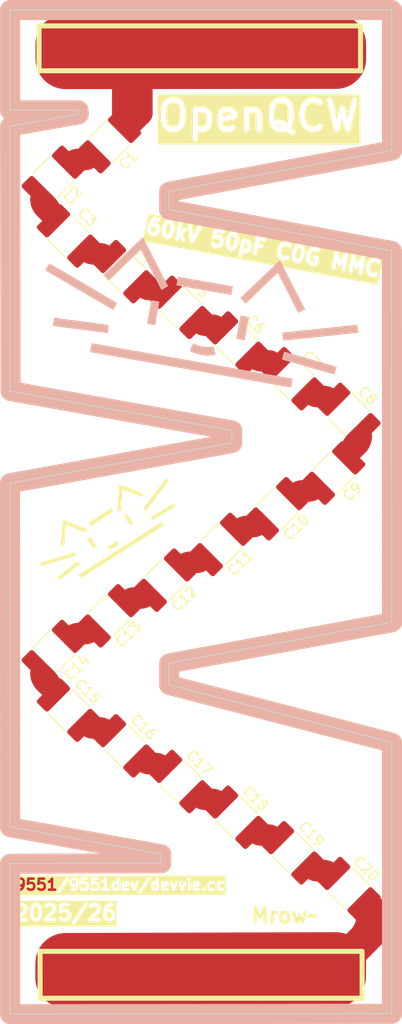
<source format=kicad_pcb>
(kicad_pcb (version 20241229) (generator "pcbnew") (generator_version "9.0")
  (layers (0 "F.Cu" signal) (2 "B.Cu" signal) (13 "F.Paste" user) (15 "B.Paste" user) (5 "F.SilkS" user "F.Silkscreen") (7 "B.SilkS" user "B.Silkscreen") (1 "F.Mask" user) (3 "B.Mask" user) (25 "Edge.Cuts" user))
  (net 0 "")
  (net 1 "CONN_1")
  (net 2 "Net-(C10-Pad2)")
  (net 3 "CONN_2")
  (net 4 "Net-(C10-Pad1)")
  (net 5 "Net-(C1-Pad2)")
  (net 6 "Net-(C2-Pad2)")
  (net 7 "Net-(C3-Pad2)")
  (net 8 "Net-(C4-Pad2)")
  (net 9 "Net-(C5-Pad2)")
  (net 10 "Net-(C6-Pad2)")
  (net 11 "Net-(C7-Pad2)")
  (net 12 "Net-(C8-Pad2)")
  (net 13 "Net-(C11-Pad2)")
  (net 14 "Net-(C12-Pad2)")
  (net 15 "Net-(C13-Pad2)")
  (net 16 "Net-(C14-Pad2)")
  (net 17 "Net-(C15-Pad2)")
  (net 18 "Net-(C16-Pad2)")
  (net 19 "Net-(C17-Pad2)")
  (net 20 "Net-(C18-Pad2)")
  (net 21 "Net-(C19-Pad2)")
  (footprint "Capacitor_SMD:C_1812_4532Metric_Pad1.57x3.40mm_HandSolder" (layer "F.Cu") (at 34.544 92.456 -45)
    (property "Reference" "C18" (at 0 -2.65 135) (layer "F.SilkS"))
    (property "Value" "1nF")
    (pad "1" smd roundrect (at -2.1375 0 315) (size 1.575 3.4) (layers "F.Cu" "F.Mask" "F.Paste") (roundrect_rratio 0.15873) (net 19 "Net-(C17-Pad2)"))
    (pad "2" smd roundrect (at 2.1375 0 315) (size 1.575 3.4) (layers "F.Cu" "F.Mask" "F.Paste") (roundrect_rratio 0.15873) (net 20 "Net-(C18-Pad2)"))
  )
  (footprint "Capacitor_SMD:C_1812_4532Metric_Pad1.57x3.40mm_HandSolder" (layer "F.Cu") (at 21.844 72.39 -135)
    (property "Reference" "C13" (at 0 -2.65 45) (layer "F.SilkS"))
    (property "Value" "1nF")
    (pad "1" smd roundrect (at -2.1375 0 225) (size 1.575 3.4) (layers "F.Cu" "F.Mask" "F.Paste") (roundrect_rratio 0.15873) (net 14 "Net-(C12-Pad2)"))
    (pad "2" smd roundrect (at 2.1375 0 225) (size 1.575 3.4) (layers "F.Cu" "F.Mask" "F.Paste") (roundrect_rratio 0.15873) (net 15 "Net-(C13-Pad2)"))
  )
  (footprint "Capacitor_SMD:C_1812_4532Metric_Pad1.57x3.40mm_HandSolder" (layer "F.Cu") (at 21.844 25.146 -135)
    (property "Reference" "C1" (at 0 -2.65 45) (layer "F.SilkS"))
    (property "Value" "1nF")
    (pad "1" smd roundrect (at -2.1375 0 225) (size 1.575 3.4) (layers "F.Cu" "F.Mask" "F.Paste") (roundrect_rratio 0.15873) (net 1 "CONN_1"))
    (pad "2" smd roundrect (at 2.1375 0 225) (size 1.575 3.4) (layers "F.Cu" "F.Mask" "F.Paste") (roundrect_rratio 0.15873) (net 5 "Net-(C1-Pad2)"))
  )
  (footprint "Capacitor_SMD:C_1812_4532Metric_Pad1.57x3.40mm_HandSolder" (layer "F.Cu") (at 40.132 48.768 -45)
    (property "Reference" "C7" (at 0 -2.65 135) (layer "F.SilkS"))
    (property "Value" "1nF")
    (pad "1" smd roundrect (at -2.1375 0 315) (size 1.575 3.4) (layers "F.Cu" "F.Mask" "F.Paste") (roundrect_rratio 0.15873) (net 10 "Net-(C6-Pad2)"))
    (pad "2" smd roundrect (at 2.1375 0 315) (size 1.575 3.4) (layers "F.Cu" "F.Mask" "F.Paste") (roundrect_rratio 0.15873) (net 11 "Net-(C7-Pad2)"))
  )
  (footprint "Capacitor_SMD:C_1812_4532Metric_Pad1.57x3.40mm_HandSolder" (layer "F.Cu") (at 44.196 58.166 -135)
    (property "Reference" "C9" (at 0 -2.65 45) (layer "F.SilkS"))
    (property "Value" "1nF")
    (pad "1" smd roundrect (at -2.1375 0 225) (size 1.575 3.4) (layers "F.Cu" "F.Mask" "F.Paste") (roundrect_rratio 0.15873) (net 12 "Net-(C8-Pad2)"))
    (pad "2" smd roundrect (at 2.1375 0 225) (size 1.575 3.4) (layers "F.Cu" "F.Mask" "F.Paste") (roundrect_rratio 0.15873) (net 4 "Net-(C10-Pad1)"))
  )
  (footprint "Capacitor_SMD:C_1812_4532Metric_Pad1.57x3.40mm_HandSolder" (layer "F.Cu") (at 40.119441 95.999441 -45)
    (property "Reference" "C19" (at 0 -2.65 135) (layer "F.SilkS"))
    (property "Value" "1nF")
    (pad "1" smd roundrect (at -2.1375 0 315) (size 1.575 3.4) (layers "F.Cu" "F.Mask" "F.Paste") (roundrect_rratio 0.15873) (net 20 "Net-(C18-Pad2)"))
    (pad "2" smd roundrect (at 2.1375 0 315) (size 1.575 3.4) (layers "F.Cu" "F.Mask" "F.Paste") (roundrect_rratio 0.15873) (net 21 "Net-(C19-Pad2)"))
  )
  (footprint "Capacitor_SMD:C_1812_4532Metric_Pad1.57x3.40mm_HandSolder" (layer "F.Cu") (at 28.956 41.656 -45)
    (property "Reference" "C5" (at 0 -2.65 135) (layer "F.SilkS"))
    (property "Value" "1nF")
    (pad "1" smd roundrect (at -2.1375 0 315) (size 1.575 3.4) (layers "F.Cu" "F.Mask" "F.Paste") (roundrect_rratio 0.15873) (net 8 "Net-(C4-Pad2)"))
    (pad "2" smd roundrect (at 2.1375 0 315) (size 1.575 3.4) (layers "F.Cu" "F.Mask" "F.Paste") (roundrect_rratio 0.15873) (net 9 "Net-(C5-Pad2)"))
  )
  (footprint "Capacitor_SMD:C_1812_4532Metric_Pad1.57x3.40mm_HandSolder" (layer "F.Cu") (at 34.544 45.212 -45)
    (property "Reference" "C6" (at 0 -2.65 135) (layer "F.SilkS"))
    (property "Value" "1nF")
    (pad "1" smd roundrect (at -2.1375 0 315) (size 1.575 3.4) (layers "F.Cu" "F.Mask" "F.Paste") (roundrect_rratio 0.15873) (net 9 "Net-(C5-Pad2)"))
    (pad "2" smd roundrect (at 2.1375 0 315) (size 1.575 3.4) (layers "F.Cu" "F.Mask" "F.Paste") (roundrect_rratio 0.15873) (net 10 "Net-(C6-Pad2)"))
  )
  (footprint "Capacitor_SMD:C_1812_4532Metric_Pad1.57x3.40mm_HandSolder" (layer "F.Cu") (at 17.78 81.788 -45)
    (property "Reference" "C15" (at 0 -2.65 135) (layer "F.SilkS"))
    (property "Value" "1nF")
    (pad "1" smd roundrect (at -2.1375 0 315) (size 1.575 3.4) (layers "F.Cu" "F.Mask" "F.Paste") (roundrect_rratio 0.15873) (net 16 "Net-(C14-Pad2)"))
    (pad "2" smd roundrect (at 2.1375 0 315) (size 1.575 3.4) (layers "F.Cu" "F.Mask" "F.Paste") (roundrect_rratio 0.15873) (net 17 "Net-(C15-Pad2)"))
  )
  (footprint "Capacitor_SMD:C_1812_4532Metric_Pad1.57x3.40mm_HandSolder" (layer "F.Cu") (at 27.432 68.834 -135)
    (property "Reference" "C12" (at 0 -2.65 45) (layer "F.SilkS"))
    (property "Value" "1nF")
    (pad "1" smd roundrect (at -2.1375 0 225) (size 1.575 3.4) (layers "F.Cu" "F.Mask" "F.Paste") (roundrect_rratio 0.15873) (net 13 "Net-(C11-Pad2)"))
    (pad "2" smd roundrect (at 2.1375 0 225) (size 1.575 3.4) (layers "F.Cu" "F.Mask" "F.Paste") (roundrect_rratio 0.15873) (net 14 "Net-(C12-Pad2)"))
  )
  (footprint "Capacitor_SMD:C_1812_4532Metric_Pad1.57x3.40mm_HandSolder" (layer "F.Cu") (at 16.256 28.702 -135)
    (property "Reference" "C2" (at -0.071842 -2.658156 45) (layer "F.SilkS"))
    (property "Value" "1nF")
    (pad "1" smd roundrect (at -2.1375 0 225) (size 1.575 3.4) (layers "F.Cu" "F.Mask" "F.Paste") (roundrect_rratio 0.15873) (net 5 "Net-(C1-Pad2)"))
    (pad "2" smd roundrect (at 2.1375 0 225) (size 1.575 3.4) (layers "F.Cu" "F.Mask" "F.Paste") (roundrect_rratio 0.15873) (net 6 "Net-(C2-Pad2)"))
  )
  (footprint "Capacitor_SMD:C_1812_4532Metric_Pad1.57x3.40mm_HandSolder" (layer "F.Cu") (at 45.72 52.324 -45)
    (property "Reference" "C8" (at 0 -2.65 135) (layer "F.SilkS"))
    (property "Value" "1nF")
    (pad "1" smd roundrect (at -2.1375 0 315) (size 1.575 3.4) (layers "F.Cu" "F.Mask" "F.Paste") (roundrect_rratio 0.15873) (net 11 "Net-(C7-Pad2)"))
    (pad "2" smd roundrect (at 2.1375 0 315) (size 1.575 3.4) (layers "F.Cu" "F.Mask" "F.Paste") (roundrect_rratio 0.15873) (net 12 "Net-(C8-Pad2)"))
  )
  (footprint "Capacitor_SMD:C_1812_4532Metric_Pad1.57x3.40mm_HandSolder" (layer "F.Cu") (at 16.256 75.946 -135)
    (property "Reference" "C14" (at -0.502894 -2.80184 45) (layer "F.SilkS"))
    (property "Value" "1nF")
    (pad "1" smd roundrect (at -2.1375 0 225) (size 1.575 3.4) (layers "F.Cu" "F.Mask" "F.Paste") (roundrect_rratio 0.15873) (net 15 "Net-(C13-Pad2)"))
    (pad "2" smd roundrect (at 2.1375 0 225) (size 1.575 3.4) (layers "F.Cu" "F.Mask" "F.Paste") (roundrect_rratio 0.15873) (net 16 "Net-(C14-Pad2)"))
  )
  (footprint "Capacitor_SMD:C_1812_4532Metric_Pad1.57x3.40mm_HandSolder" (layer "F.Cu") (at 28.956 88.9 -45)
    (property "Reference" "C17" (at 0 -2.65 135) (layer "F.SilkS"))
    (property "Value" "1nF")
    (pad "1" smd roundrect (at -2.1375 0 315) (size 1.575 3.4) (layers "F.Cu" "F.Mask" "F.Paste") (roundrect_rratio 0.15873) (net 18 "Net-(C16-Pad2)"))
    (pad "2" smd roundrect (at 2.1375 0 315) (size 1.575 3.4) (layers "F.Cu" "F.Mask" "F.Paste") (roundrect_rratio 0.15873) (net 19 "Net-(C17-Pad2)"))
  )
  (footprint "art:cat2" (layer "F.Cu") (at 21.59 63.5 32.5)
    (property "Reference" "G***" (hide yes))
    (property "Value" "LOGO" (hide yes))
  )
  (footprint "Capacitor_SMD:C_1812_4532Metric_Pad1.57x3.40mm_HandSolder" (layer "F.Cu") (at 17.78 34.544 -45)
    (property "Reference" "C3" (at 0 -2.65 135) (layer "F.SilkS"))
    (property "Value" "1nF")
    (pad "1" smd roundrect (at -2.1375 0 315) (size 1.575 3.4) (layers "F.Cu" "F.Mask" "F.Paste") (roundrect_rratio 0.15873) (net 6 "Net-(C2-Pad2)"))
    (pad "2" smd roundrect (at 2.1375 0 315) (size 1.575 3.4) (layers "F.Cu" "F.Mask" "F.Paste") (roundrect_rratio 0.15873) (net 7 "Net-(C3-Pad2)"))
  )
  (footprint "Capacitor_SMD:C_1812_4532Metric_Pad1.57x3.40mm_HandSolder" (layer "F.Cu") (at 33.02 65.278 -135)
    (property "Reference" "C11" (at 0 -2.65 45) (layer "F.SilkS"))
    (property "Value" "1nF")
    (pad "1" smd roundrect (at -2.1375 0 225) (size 1.575 3.4) (layers "F.Cu" "F.Mask" "F.Paste") (roundrect_rratio 0.15873) (net 2 "Net-(C10-Pad2)"))
    (pad "2" smd roundrect (at 2.1375 0 225) (size 1.575 3.4) (layers "F.Cu" "F.Mask" "F.Paste") (roundrect_rratio 0.15873) (net 13 "Net-(C11-Pad2)"))
  )
  (footprint "Capacitor_SMD:C_1812_4532Metric_Pad1.57x3.40mm_HandSolder" (layer "F.Cu") (at 23.368 85.344 -45)
    (property "Reference" "C16" (at 0 -2.65 135) (layer "F.SilkS"))
    (property "Value" "1nF")
    (pad "1" smd roundrect (at -2.1375 0 315) (size 1.575 3.4) (layers "F.Cu" "F.Mask" "F.Paste") (roundrect_rratio 0.15873) (net 17 "Net-(C15-Pad2)"))
    (pad "2" smd roundrect (at 2.1375 0 315) (size 1.575 3.4) (layers "F.Cu" "F.Mask" "F.Paste") (roundrect_rratio 0.15873) (net 18 "Net-(C16-Pad2)"))
  )
  (footprint "Capacitor_SMD:C_1812_4532Metric_Pad1.57x3.40mm_HandSolder" (layer "F.Cu") (at 38.608 61.722 -135)
    (property "Reference" "C10" (at 0 -2.65 45) (layer "F.SilkS"))
    (property "Value" "1nF")
    (pad "1" smd roundrect (at -2.1375 0 225) (size 1.575 3.4) (layers "F.Cu" "F.Mask" "F.Paste") (roundrect_rratio 0.15873) (net 4 "Net-(C10-Pad1)"))
    (pad "2" smd roundrect (at 2.1375 0 225) (size 1.575 3.4) (layers "F.Cu" "F.Mask" "F.Paste") (roundrect_rratio 0.15873) (net 2 "Net-(C10-Pad2)"))
  )
  (footprint "Capacitor_SMD:C_1812_4532Metric_Pad1.57x3.40mm_HandSolder" (layer "F.Cu") (at 45.72 99.568 -45)
    (property "Reference" "C20" (at -0.179605 -2.622235 135) (layer "F.SilkS"))
    (property "Value" "1nF")
    (pad "1" smd roundrect (at -2.1375 0 315) (size 1.575 3.4) (layers "F.Cu" "F.Mask" "F.Paste") (roundrect_rratio 0.15873) (net 21 "Net-(C19-Pad2)"))
    (pad "2" smd roundrect (at 2.1375 0 315) (size 1.575 3.4) (layers "F.Cu" "F.Mask" "F.Paste") (roundrect_rratio 0.15873) (net 3 "CONN_2"))
  )
  (footprint "Capacitor_SMD:C_1812_4532Metric_Pad1.57x3.40mm_HandSolder" (layer "F.Cu") (at 23.368 38.1 -45)
    (property "Reference" "C4" (at 0 -2.65 135) (layer "F.SilkS"))
    (property "Value" "1nF")
    (pad "1" smd roundrect (at -2.1375 0 315) (size 1.575 3.4) (layers "F.Cu" "F.Mask" "F.Paste") (roundrect_rratio 0.15873) (net 7 "Net-(C3-Pad2)"))
    (pad "2" smd roundrect (at 2.1375 0 315) (size 1.575 3.4) (layers "F.Cu" "F.Mask" "F.Paste") (roundrect_rratio 0.15873) (net 8 "Net-(C4-Pad2)"))
  )
  (footprint "art:ccaatt22(2)" (layer "B.Cu") (at 30.95 41.8 170)
    (property "Reference" "G***" (hide yes))
    (property "Value" "LOGO" (hide yes))
  )
  (gr_rect (start 12.573 98.3996) (end 16.4846 100.0252) (stroke (width 0.2)) (fill yes) (layer "F.Cu"))
  (gr_poly (pts (xy 11.9238 12.003328) (xy 50 12.003328) (xy 50 26.003328) (xy 27.777249 30.103328) (xy 27.780145 31.893369) (xy 49.9872 36.010569) (xy 50 73.003328) (xy 27.7876 77.097424) (xy 27.7876 79.251328) (xy 50 85.003328) (xy 50 112.003328) (xy 11.9238 112.054128) (xy 11.9238 97.054128) (xy 27.000016 97.01598) (xy 27.0002 96.116928) (xy 11.9238 93.424528) (xy 11.9238 59.182) (xy 34.0614 55.146728) (xy 34.0614 53.891311) (xy 11.9238 50) (xy 11.9238 23.603328) (xy 18.765406 22.397254) (xy 18.75 22.003328) (xy 11.9238 22.003328)) (stroke (width 1)) (fill no) (layer "F.SilkS"))
  (gr_rect (start 14.9352 105.8164) (end 47.0408 110.49) (stroke (width 0.5)) (fill no) (layer "F.SilkS"))
  (gr_rect (start 14.8336 13.6144) (end 46.8884 18.0848) (stroke (width 0.5)) (fill no) (layer "F.SilkS"))
  (gr_poly (pts (xy 11.9488 12.03362) (xy 50.025 12.03362) (xy 50.025 26.03362) (xy 27.802249 30.13362) (xy 27.805145 31.923661) (xy 50.0122 36.040861) (xy 50.025 73.03362) (xy 27.8126 77.127716) (xy 27.8126 79.28162) (xy 50.025 85.03362) (xy 50.025 112.03362) (xy 11.9488 112.08442) (xy 11.9488 97.08442) (xy 27.025016 97.046272) (xy 27.0252 96.14722) (xy 11.9488 93.45482) (xy 11.938 59.182) (xy 34.0864 55.17702) (xy 34.0864 53.921603) (xy 12 50) (xy 11.9488 23.63362) (xy 18.790406 22.427546) (xy 18.775 22.03362) (xy 11.9488 22.03362)) (stroke (width 2)) (fill no) (layer "B.SilkS"))
  (gr_poly (pts (xy 11.9238 12.009959) (xy 50 12.009959) (xy 50 26.009959) (xy 27.777249 30.109959) (xy 27.780145 31.9) (xy 49.9872 36.0172) (xy 50 73.009959) (xy 27.7876 77.104055) (xy 27.7876 79.257959) (xy 50 85.009959) (xy 50 112.009959) (xy 11.9238 112.060759) (xy 11.9238 97.060759) (xy 27.000016 97.022611) (xy 27.0002 96.123559) (xy 11.9238 93.431159) (xy 11.938 59.182) (xy 34.0614 55.153359) (xy 34.0614 53.897942) (xy 11.9238 50) (xy 11.9238 23.609959) (xy 18.765406 22.403885) (xy 18.75 22.009959) (xy 11.9238 22.009959)) (stroke (width 0.1)) (fill no) (layer "Edge.Cuts"))
  (gr_text "2025/26" (at 12.192 102.87 0) (layer "F.SilkS" knockout) (effects (font (size 1.5 1.5) (thickness 0.3) (bold yes)) (justify left bottom)))
  (gr_text "Mrow~" (at 35.814 103.124 0) (layer "F.SilkS") (effects (font (size 1.5 1.5) (thickness 0.3) (bold yes)) (justify left bottom)))
  (gr_text "OpenQCW" (at 26.3652 24.2824 0) (layer "F.SilkS" knockout) (effects (font (size 2.9 2.9) (thickness 0.5) (bold yes)) (justify left bottom)))
  (gr_text "60kV 50pF C0G MMC" (at 25.175 34.375 349.5) (layer "F.SilkS" knockout) (effects (font (size 1.5 1.5) (thickness 0.375) (bold yes)) (justify left bottom)))
  (gr_text "9551/9551dev/devvie.cc" (at 12.2936 99.822 0) (layer "F.SilkS" knockout) (effects (font (size 1.1 1.1) (thickness 0.25) (bold yes)) (justify left bottom)))
  (segment (start 24.638 19.124394) (end 24.638 18.975605) (width 1) (layer "F.Cu") (net 1))
  (segment (start 24.638 19.483605) (end 24.638 21.445093) (width 1) (layer "F.Cu") (net 1))
  (segment (start 25.654 21.844) (end 25.654 18.923) (width 1) (layer "F.Cu") (net 1))
  (segment (start 23.355441 19.759044) (end 23.355441 23.622) (width 1) (layer "F.Cu") (net 1))
  (segment (start 23.876 19.558) (end 23.755279 19.437279) (width 1) (layer "F.Cu") (net 1))
  (segment (start 25.654 21.844) (end 25.654 22.352) (width 1) (layer "F.Cu") (net 1))
  (segment (start 23.99672 22.993279) (end 23.364321 23.625678) (width 1) (layer "F.Cu") (net 1))
  (segment (start 25.273 22.098) (end 25.4 22.098) (width 1) (layer "F.Cu") (net 1))
  (segment (start 24.892 21.717) (end 24.892 19.737605) (width 1) (layer "F.Cu") (net 1))
  (segment (start 24.13 20.17121) (end 24.13 22.312304) (width 1) (layer "F.Cu") (net 1))
  (segment (start 24.37772 23.882279) (end 25.474394 22.785605) (width 1) (layer "F.Cu") (net 1))
  (segment (start 25.071605 18.542) (end 25.273 18.542) (width 1) (layer "F.Cu") (net 1))
  (segment (start 23.733242 23.733242) (end 23.882279 23.882279) (width 1) (layer "F.Cu") (net 1))
  (segment (start 23.34656 23.60056) (end 22.98072 23.23472) (width 1) (layer "F.Cu") (net 1))
  (segment (start 24.638 19.483605) (end 24.638 19.124394) (width 1) (layer "F.Cu") (net 1))
  (segment (start 23.74272 23.247279) (end 23.364321 23.625678) (width 1) (layer "F.Cu") (net 1))
  (segment (start 22.606 22.330065) (end 22.606 18.796) (width 1) (layer "F.Cu") (net 1))
  (segment (start 24.622592 22.367407) (end 23.364321 23.625678) (width 1) (layer "F.Cu") (net 1))
  (segment (start 23.495 23.634559) (end 23.368 23.634559) (width 1) (layer "F.Cu") (net 1))
  (arc (start 24.765 19.431) (mid 24.858993 19.571671) (end 24.892 19.737605) (width 1) (layer "F.Cu") (net 1))
  (arc (start 24.892 21.717) (mid 25.003592 21.986407) (end 25.273 22.098) (width 1) (layer "F.Cu") (net 1))
  (arc (start 23.364321 23.625678) (mid 23.363193 23.631347) (end 23.368 23.634559) (width 1) (layer "F.Cu") (net 1))
  (arc (start 24.765 18.669) (mid 24.671006 18.809671) (end 24.638 18.975605) (width 1) (layer "F.Cu") (net 1))
  (arc (start 25.273 22.098) (mid 24.921001 22.168016) (end 24.622592 22.367407) (width 1) (layer "F.Cu") (net 1))
  (arc (start 24.638 19.124394) (mid 24.671006 19.290328) (end 24.765 19.431) (width 1) (layer "F.Cu") (net 1))
  (arc (start 23.755279 19.437279) (mid 23.621999 19.382072) (end 23.48872 19.437279) (width 1) (layer "F.Cu") (net 1))
  (arc (start 24.765 19.431) (mid 24.683925 19.414873) (end 24.638 19.483605) (width 1) (layer "F.Cu") (net 1))
  (arc (start 25.654 22.352) (mid 25.579605 22.172394) (end 25.4 22.098) (width 1) (layer "F.Cu") (net 1))
  (arc (start 23.355441 23.622) (mid 23.355441 23.622) (end 23.355441 23.622) (width 1) (layer "F.Cu") (net 1))
  (arc (start 23.364321 23.625678) (mid 23.364321 23.625678) (end 23.364321 23.625678) (width 1) (layer "F.Cu") (net 1))
  (arc (start 23.876 19.558) (mid 24.063987 19.839343) (end 24.13 20.17121) (width 1) (layer "F.Cu") (net 1))
  (arc (start 23.733242 23.733242) (mid 23.623935 23.660205) (end 23.495 23.634559) (width 1) (layer "F.Cu") (net 1))
  (arc (start 25.654 18.923) (mid 25.542407 18.653592) (end 25.273 18.542) (width 1) (layer "F.Cu") (net 1))
  (arc (start 23.364321 23.625678) (mid 23.364321 23.625678) (end 23.364321 23.625678) (width 1) (layer "F.Cu") (net 1))
  (arc (start 25.071605 18.542) (mid 24.905671 18.575006) (end 24.765 18.669) (width 1) (layer "F.Cu") (net 1))
  (arc (start 23.882279 23.882279) (mid 24.129999 23.984888) (end 24.37772 23.882279) (width 1) (layer "F.Cu") (net 1))
  (arc (start 23.355441 23.622) (mid 23.358652 23.626805) (end 23.364321 23.625678) (width 1) (layer "F.Cu") (net 1))
  (arc (start 24.622592 22.367407) (mid 24.821983 22.068997) (end 24.892 21.717) (width 1) (layer "F.Cu") (net 1))
  (arc (start 23.368 23.634559) (mid 23.359119 23.63088) (end 23.355441 23.622) (width 1) (layer "F.Cu") (net 1))
  (arc (start 23.34656 23.60056) (mid 23.353132 23.610396) (end 23.355441 23.622) (width 1) (layer "F.Cu") (net 1))
  (arc (start 23.48872 19.437279) (mid 23.390079 19.584906) (end 23.355441 19.759044) (width 1) (layer "F.Cu") (net 1))
  (arc (start 22.606 22.330065) (mid 22.703386 22.81966) (end 22.98072 23.23472) (width 1) (layer "F.Cu") (net 1))
  (arc (start 24.13 22.312304) (mid 24.029349 22.818308) (end 23.74272 23.247279) (width 1) (layer "F.Cu") (net 1))
  (arc (start 24.638 21.445093) (mid 24.471336 22.282965) (end 23.99672 22.993279) (width 1) (layer "F.Cu") (net 1))
  (arc (start 25.4 22.098) (mid 25.579605 22.023605) (end 25.654 21.844) (width 1) (layer "F.Cu") (net 1))
  (arc (start 25.654 22.352) (mid 25.607321 22.586665) (end 25.474394 22.785605) (width 1) (layer "F.Cu") (net 1))
  (segment (start 34.908412 63.766559) (end 36.186469 63.766559) (width 1.6) (layer "F.Cu") (net 2))
  (segment (start 35.44153 63.233441) (end 36.719587 63.233441) (width 1.6) (layer "F.Cu") (net 2))
  (arc (start 36.83 63.5) (mid 36.863848 63.329832) (end 36.719587 63.233441) (width 1.6) (layer "F.Cu") (net 2))
  (arc (start 35.44153 63.233441) (mid 35.093254 63.302717) (end 34.798 63.5) (width 1.6) (layer "F.Cu") (net 2))
  (arc (start 34.798 63.5) (mid 34.764151 63.670167) (end 34.908412 63.766559) (width 1.6) (layer "F.Cu") (net 2))
  (arc (start 36.83 63.5) (mid 36.534745 63.697282) (end 36.186469 63.766559) (width 1.6) (layer "F.Cu") (net 2))
  (segment (start 45.592999 105.028999) (end 46.414337 104.207662) (width 1.5) (layer "F.Cu") (net 3))
  (segment (start 48.937 102.6165) (end 48.937 101.919316) (width 1) (layer "F.Cu") (net 3))
  (segment (start 48.937 104.3515) (end 48.937 104.4365) (width 1) (layer "F.Cu") (net 3))
  (segment (start 47.6167 104.5293) (end 46.355 105.791) (width 1.6) (layer "F.Cu") (net 3))
  (segment (start 48.4969 103.6491) (end 47.6167 104.5293) (width 1) (layer "F.Cu") (net 3))
  (segment (start 48.4715 100.7955) (end 48.01488 100.33888) (width 1) (layer "F.Cu") (net 3))
  (segment (start 48.906947 104.509052) (end 46.228 107.188) (width 1) (layer "F.Cu") (net 3))
  (segment (start 48.937 103.8015) (end 48.937 104.3515) (width 1) (layer "F.Cu") (net 3))
  (segment (start 48.0568 102.488416) (end 48.0568 103.466804) (width 1.6) (layer "F.Cu") (net 3))
  (segment (start 47.64412 101.49212) (end 47.606161 101.454161) (width 1.6) (layer "F.Cu") (net 3))
  (segment (start 47.972001 100.33888) (end 47.606161 100.70472) (width 1) (layer "F.Cu") (net 3))
  (segment (start 48.937 102.6165) (end 48.937 103.8015) (width 1) (layer "F.Cu") (net 3))
  (segment (start 47.231441 102.235) (end 47.231441 101.609375) (width 1.5) (layer "F.Cu") (net 3))
  (segment (start 48.518039 103.62796) (end 48.4969 103.6491) (width 1) (layer "F.Cu") (net 3))
  (arc (start 45.593 105.791) (mid 45.974 105.948815) (end 46.355 105.791) (width 1.6) (layer "F.Cu") (net 3))
  (arc (start 48.0568 103.466804) (mid 48.215947 103.704984) (end 48.4969 103.6491) (width 1.6) (layer "F.Cu") (net 3))
  (arc (start 47.6167 104.5293) (mid 47.942421 104.041822) (end 48.0568 103.466804) (width 1.6) (layer "F.Cu") (net 3))
  (arc (start 48.4715 100.7955) (mid 48.81602 101.311111) (end 48.937 101.919316) (width 1) (layer "F.Cu") (net 3))
  (arc (start 47.231441 101.609375) (mid 47.328827 101.119779) (end 47.606161 100.70472) (width 1.5) (layer "F.Cu") (net 3))
  (arc (start 48.01488 100.33888) (mid 48.005043 100.332307) (end 47.993441 100.33) (width 1) (layer "F.Cu") (net 3))
  (arc (start 45.592999 105.028999) (mid 45.435184 105.409999) (end 45.593 105.791) (width 1.5) (layer "F.Cu") (net 3))
  (arc (start 48.937 104.4365) (mid 48.929189 104.475764) (end 48.906947 104.509052) (width 1) (layer "F.Cu") (net 3))
  (arc (start 47.64412 101.49212) (mid 47.949547 101.949224) (end 48.0568 102.488416) (width 1.6) (layer "F.Cu") (net 3))
  (arc (start 47.606161 101.454161) (mid 47.366945 101.406578) (end 47.231441 101.609375) (width 1.6) (layer "F.Cu") (net 3))
  (arc (start 48.937 103.8015) (mid 48.785497 103.574759) (end 48.518039 103.62796) (width 1) (layer "F.Cu") (net 3))
  (arc (start 47.231441 102.235) (mid 47.019082 103.302597) (end 46.414337 104.207662) (width 1.5) (layer "F.Cu") (net 3))
  (arc (start 48.518039 103.62796) (mid 48.828115 103.163898) (end 48.937 102.6165) (width 1) (layer "F.Cu") (net 3))
  (arc (start 47.993441 100.33) (mid 47.981837 100.332307) (end 47.972001 100.33888) (width 1) (layer "F.Cu") (net 3))
  (arc (start 47.606161 100.70472) (mid 47.450946 101.07944) (end 47.606161 101.454161) (width 1) (layer "F.Cu") (net 3))
  (segment (start 41.02953 59.677441) (end 42.307587 59.677441) (width 1.6) (layer "F.Cu") (net 4))
  (segment (start 40.496412 60.210559) (end 41.774469 60.210559) (width 1.6) (layer "F.Cu") (net 4))
  (arc (start 40.386 59.944) (mid 40.352151 60.114167) (end 40.496412 60.210559) (width 1.6) (layer "F.Cu") (net 4))
  (arc (start 42.418 59.944) (mid 42.451848 59.773832) (end 42.307587 59.677441) (width 1.6) (layer "F.Cu") (net 4))
  (arc (start 41.02953 59.677441) (mid 40.681254 59.746717) (end 40.386 59.944) (width 1.6) (layer "F.Cu") (net 4))
  (arc (start 42.418 59.944) (mid 42.122745 60.141282) (end 41.774469 60.210559) (width 1.6) (layer "F.Cu") (net 4))
  (segment (start 19.422469 27.190559) (end 18.144412 27.190559) (width 1.6) (layer "F.Cu") (net 5))
  (segment (start 18.67753 26.657441) (end 19.955587 26.657441) (width 1.6) (layer "F.Cu") (net 5))
  (arc (start 20.066 26.924) (mid 20.099848 26.753832) (end 19.955587 26.657441) (width 1.6) (layer "F.Cu") (net 5))
  (arc (start 18.034 26.924) (mid 18.000151 27.094167) (end 18.144412 27.190559) (width 1.6) (layer "F.Cu") (net 5))
  (arc (start 18.67753 26.657441) (mid 18.329254 26.726717) (end 18.034 26.924) (width 1.6) (layer "F.Cu") (net 5))
  (arc (start 20.066 26.924) (mid 19.770745 27.121282) (end 19.422469 27.190559) (width 1.6) (layer "F.Cu") (net 5))
  (segment (start 15.202452 30.671334) (end 15.810665 31.279547) (width 1.6) (layer "F.Cu") (net 6))
  (segment (start 15.202452 31.966452) (end 15.810665 32.574665) (width 1.6) (layer "F.Cu") (net 6))
  (arc (start 15.810665 31.279547) (mid 16.149556 31.786733) (end 16.268559 32.385) (width 1.6) (layer "F.Cu") (net 6))
  (arc (start 15.202452 30.671334) (mid 14.91014 30.613189) (end 14.744559 30.861) (width 1.6) (layer "F.Cu") (net 6))
  (arc (start 15.810665 32.574665) (mid 16.102977 32.632809) (end 16.268559 32.385) (width 1.6) (layer "F.Cu") (net 6))
  (arc (start 14.744559 30.861) (mid 14.863561 31.459266) (end 15.202452 31.966452) (width 1.6) (layer "F.Cu") (net 6))
  (segment (start 19.668412 36.055441) (end 20.946469 36.055441) (width 1.6) (layer "F.Cu") (net 7))
  (segment (start 20.20153 36.588559) (end 21.479587 36.588559) (width 1.6) (layer "F.Cu") (net 7))
  (arc (start 19.558 36.322) (mid 19.853254 36.519282) (end 20.20153 36.588559) (width 1.6) (layer "F.Cu") (net 7))
  (arc (start 21.59 36.322) (mid 21.294745 36.124717) (end 20.946469 36.055441) (width 1.6) (layer "F.Cu") (net 7))
  (arc (start 19.668412 36.055441) (mid 19.524151 36.151832) (end 19.558 36.322) (width 1.6) (layer "F.Cu") (net 7))
  (arc (start 21.59 36.322) (mid 21.623848 36.492167) (end 21.479587 36.588559) (width 1.6) (layer "F.Cu") (net 7))
  (segment (start 25.256412 39.611441) (end 26.534469 39.611441) (width 1.6) (layer "F.Cu") (net 8))
  (segment (start 27.067587 40.144559) (end 25.78953 40.144559) (width 1.6) (layer "F.Cu") (net 8))
  (arc (start 27.178 39.878) (mid 26.882745 39.680717) (end 26.534469 39.611441) (width 1.6) (layer "F.Cu") (net 8))
  (arc (start 25.256412 39.611441) (mid 25.112151 39.707832) (end 25.146 39.878) (width 1.6) (layer "F.Cu") (net 8))
  (arc (start 27.178 39.878) (mid 27.211848 40.048167) (end 27.067587 40.144559) (width 1.6) (layer "F.Cu") (net 8))
  (arc (start 25.146 39.878) (mid 25.441254 40.075282) (end 25.78953 40.144559) (width 1.6) (layer "F.Cu") (net 8))
  (segment (start 30.844412 43.167441) (end 32.122469 43.167441) (width 1.6) (layer "F.Cu") (net 9))
  (segment (start 31.37753 43.700559) (end 32.655587 43.700559) (width 1.6) (layer "F.Cu") (net 9))
  (arc (start 30.844412 43.167441) (mid 30.700151 43.263832) (end 30.734 43.434) (width 1.6) (layer "F.Cu") (net 9))
  (arc (start 32.766 43.434) (mid 32.799848 43.604167) (end 32.655587 43.700559) (width 1.6) (layer "F.Cu") (net 9))
  (arc (start 32.766 43.434) (mid 32.470745 43.236717) (end 32.122469 43.167441) (width 1.6) (layer "F.Cu") (net 9))
  (arc (start 30.734 43.434) (mid 31.029254 43.631282) (end 31.37753 43.700559) (width 1.6) (layer "F.Cu") (net 9))
  (segment (start 37.710469 46.723441) (end 36.432412 46.723441) (width 1.6) (layer "F.Cu") (net 10))
  (segment (start 36.96553 47.256559) (end 38.243587 47.256559) (width 1.6) (layer "F.Cu") (net 10))
  (arc (start 38.354 46.99) (mid 38.058745 46.792717) (end 37.710469 46.723441) (width 1.6) (layer "F.Cu") (net 10))
  (arc (start 36.322 46.99) (mid 36.617254 47.187282) (end 36.96553 47.256559) (width 1.6) (layer "F.Cu") (net 10))
  (arc (start 38.354 46.99) (mid 38.387848 47.160167) (end 38.243587 47.256559) (width 1.6) (layer "F.Cu") (net 10))
  (arc (start 36.432412 46.723441) (mid 36.288151 46.819832) (end 36.322 46.99) (width 1.6) (layer "F.Cu") (net 10))
  (segment (start 42.020412 50.279441) (end 43.298469 50.279441) (width 1.6) (layer "F.Cu") (net 11))
  (segment (start 42.55353 50.812559) (end 43.831587 50.812559) (width 1.6) (layer "F.Cu") (net 11))
  (arc (start 41.91 50.546) (mid 42.205254 50.743282) (end 42.55353 50.812559) (width 1.6) (layer "F.Cu") (net 11))
  (arc (start 42.020412 50.279441) (mid 41.876151 50.375832) (end 41.91 50.546) (width 1.6) (layer "F.Cu") (net 11))
  (arc (start 43.942 50.546) (mid 43.646745 50.348717) (end 43.298469 50.279441) (width 1.6) (layer "F.Cu") (net 11))
  (arc (start 43.942 50.546) (mid 43.975848 50.716167) (end 43.831587 50.812559) (width 1.6) (layer "F.Cu") (net 11))
  (segment (start 46.165334 56.196665) (end 46.773547 55.588452) (width 1.6) (layer "F.Cu") (net 12))
  (segment (start 46.165334 54.901547) (end 46.773547 54.293334) (width 1.6) (layer "F.Cu") (net 12))
  (arc (start 46.165334 54.901547) (mid 45.826443 55.408733) (end 45.707441 56.007) (width 1.6) (layer "F.Cu") (net 12))
  (arc (start 45.707441 56.007) (mid 45.873022 56.254809) (end 46.165334 56.196665) (width 1.6) (layer "F.Cu") (net 12))
  (arc (start 47.231441 54.483) (mid 47.065859 54.235189) (end 46.773547 54.293334) (width 1.6) (layer "F.Cu") (net 12))
  (arc (start 47.231441 54.483) (mid 47.112438 55.081266) (end 46.773547 55.588452) (width 1.6) (layer "F.Cu") (net 12))
  (segment (start 30.598469 67.322559) (end 29.320412 67.322559) (width 1.6) (layer "F.Cu") (net 13))
  (segment (start 29.85353 66.789441) (end 31.131587 66.789441) (width 1.6) (layer "F.Cu") (net 13))
  (arc (start 31.242 67.056) (mid 30.946745 67.253282) (end 30.598469 67.322559) (width 1.6) (layer "F.Cu") (net 13))
  (arc (start 29.21 67.056) (mid 29.176151 67.226167) (end 29.320412 67.322559) (width 1.6) (layer "F.Cu") (net 13))
  (arc (start 31.242 67.056) (mid 31.275848 66.885832) (end 31.131587 66.789441) (width 1.6) (layer "F.Cu") (net 13))
  (arc (start 29.85353 66.789441) (mid 29.505254 66.858717) (end 29.21 67.056) (width 1.6) (layer "F.Cu") (net 13))
  (segment (start 23.732412 70.878559) (end 25.010469 70.878559) (width 1.6) (layer "F.Cu") (net 14))
  (segment (start 24.26553 70.345441) (end 25.543587 70.345441) (width 1.6) (layer "F.Cu") (net 14))
  (arc (start 25.654 70.612) (mid 25.687848 70.441832) (end 25.543587 70.345441) (width 1.6) (layer "F.Cu") (net 14))
  (arc (start 23.622 70.612) (mid 23.588151 70.782167) (end 23.732412 70.878559) (width 1.6) (layer "F.Cu") (net 14))
  (arc (start 24.26553 70.345441) (mid 23.917254 70.414717) (end 23.622 70.612) (width 1.6) (layer "F.Cu") (net 14))
  (arc (start 25.654 70.612) (mid 25.358745 70.809282) (end 25.010469 70.878559) (width 1.6) (layer "F.Cu") (net 14))
  (segment (start 18.67753 73.901441) (end 19.955587 73.901441) (width 1.6) (layer "F.Cu") (net 15))
  (segment (start 18.144412 74.434559) (end 19.422469 74.434559) (width 1.6) (layer "F.Cu") (net 15))
  (arc (start 18.67753 73.901441) (mid 18.329254 73.970717) (end 18.034 74.168) (width 1.6) (layer "F.Cu") (net 15))
  (arc (start 18.034 74.168) (mid 18.000151 74.338167) (end 18.144412 74.434559) (width 1.6) (layer "F.Cu") (net 15))
  (arc (start 20.066 74.168) (mid 20.099848 73.997832) (end 19.955587 73.901441) (width 1.6) (layer "F.Cu") (net 15))
  (arc (start 20.066 74.168) (mid 19.770745 74.365282) (end 19.422469 74.434559) (width 1.6) (layer "F.Cu") (net 15))
  (segment (start 15.810665 78.523547) (end 15.202452 77.915334) (width 1.6) (layer "F.Cu") (net 16))
  (segment (start 15.202452 79.210452) (end 15.810665 79.818665) (width 1.6) (layer "F.Cu") (net 16))
  (arc (start 15.202452 77.915334) (mid 14.91014 77.857189) (end 14.744559 78.105) (width 1.6) (layer "F.Cu") (net 16))
  (arc (start 14.744559 78.105) (mid 14.863561 78.703266) (end 15.202452 79.210452) (width 1.6) (layer "F.Cu") (net 16))
  (arc (start 15.810665 78.523547) (mid 16.149556 79.030733) (end 16.268559 79.629) (width 1.6) (layer "F.Cu") (net 16))
  (arc (start 15.810665 79.818665) (mid 16.102977 79.876809) (end 16.268559 79.629) (width 1.6) (layer "F.Cu") (net 16))
  (segment (start 20.20153 83.832559) (end 21.479587 83.832559) (width 1.6) (layer "F.Cu") (net 17))
  (segment (start 19.668412 83.299441) (end 20.946469 83.299441) (width 1.6) (layer "F.Cu") (net 17))
  (arc (start 21.59 83.566) (mid 21.294745 83.368717) (end 20.946469 83.299441) (width 1.6) (layer "F.Cu") (net 17))
  (arc (start 21.59 83.566) (mid 21.623848 83.736167) (end 21.479587 83.832559) (width 1.6) (layer "F.Cu") (net 17))
  (arc (start 19.558 83.566) (mid 19.853254 83.763282) (end 20.20153 83.832559) (width 1.6) (layer "F.Cu") (net 17))
  (arc (start 19.668412 83.299441) (mid 19.524151 83.395832) (end 19.558 83.566) (width 1.6) (layer "F.Cu") (net 17))
  (segment (start 25.256412 86.855441) (end 26.534469 86.855441) (width 1.6) (layer "F.Cu") (net 18))
  (segment (start 25.78953 87.388559) (end 27.067587 87.388559) (width 1.6) (layer "F.Cu") (net 18))
  (arc (start 25.146 87.122) (mid 25.441254 87.319282) (end 25.78953 87.388559) (width 1.6) (layer "F.Cu") (net 18))
  (arc (start 27.178 87.122) (mid 27.211848 87.292167) (end 27.067587 87.388559) (width 1.6) (layer "F.Cu") (net 18))
  (arc (start 27.178 87.122) (mid 26.882745 86.924717) (end 26.534469 86.855441) (width 1.6) (layer "F.Cu") (net 18))
  (arc (start 25.256412 86.855441) (mid 25.112151 86.951832) (end 25.146 87.122) (width 1.6) (layer "F.Cu") (net 18))
  (segment (start 30.844412 90.411441) (end 32.122469 90.411441) (width 1.6) (layer "F.Cu") (net 19))
  (segment (start 32.655587 90.944559) (end 31.37753 90.944559) (width 1.6) (layer "F.Cu") (net 19))
  (arc (start 32.766 90.678) (mid 32.799848 90.848167) (end 32.655587 90.944559) (width 1.6) (layer "F.Cu") (net 19))
  (arc (start 30.844412 90.411441) (mid 30.700151 90.507832) (end 30.734 90.678) (width 1.6) (layer "F.Cu") (net 19))
  (arc (start 32.766 90.678) (mid 32.470745 90.480717) (end 32.122469 90.411441) (width 1.6) (layer "F.Cu") (net 19))
  (arc (start 30.734 90.678) (mid 31.029254 90.875282) (end 31.37753 90.944559) (width 1.6) (layer "F.Cu") (net 19))
  (segment (start 36.423531 93.967441) (end 37.71935 93.967441) (width 1.6) (layer "F.Cu") (net 20))
  (segment (start 36.94409 94.488) (end 38.239909 94.488) (width 1.6) (layer "F.Cu") (net 20))
  (arc (start 36.423531 93.967441) (mid 36.282669 94.061561) (end 36.31572 94.22772) (width 1.6) (layer "F.Cu") (net 20))
  (arc (start 38.34772 94.22772) (mid 38.059421 94.035085) (end 37.71935 93.967441) (width 1.6) (layer "F.Cu") (net 20))
  (arc (start 38.34772 94.22772) (mid 38.380771 94.393878) (end 38.239909 94.488) (width 1.6) (layer "F.Cu") (net 20))
  (arc (start 36.31572 94.22772) (mid 36.604018 94.420355) (end 36.94409 94.488) (width 1.6) (layer "F.Cu") (net 20))
  (segment (start 42.56241 98.056559) (end 43.822707 98.056559) (width 1.6) (layer "F.Cu") (net 21))
  (segment (start 42.016733 97.510882) (end 43.27703 97.510882) (width 1.6) (layer "F.Cu") (net 21))
  (arc (start 43.93572 97.78372) (mid 43.63351 97.58179) (end 43.27703 97.510882) (width 1.6) (layer "F.Cu") (net 21))
  (arc (start 41.90372 97.78372) (mid 42.205929 97.98565) (end 42.56241 98.056559) (width 1.6) (layer "F.Cu") (net 21))
  (arc (start 42.016733 97.510882) (mid 41.869074 97.609544) (end 41.90372 97.78372) (width 1.6) (layer "F.Cu") (net 21))
  (arc (start 43.93572 97.78372) (mid 43.970366 97.957896) (end 43.822707 98.056559) (width 1.6) (layer "F.Cu") (net 21))
  (zone (net 3) (net_name "CONN_2") (layer "F.Cu") (connect_pads (clearance 0.2)) (min_thickness 0.25) (fill yes (thermal_gap 0.3) (thermal_bridge_width 1) (smoothing fillet) (radius 3))
    (polygon (pts (xy 14.4376 111.450559) (xy 47.3852 111.348959) (xy 47.484645 103.898959) (xy 14.4876 104.000559)))
  )
  (zone (net 1) (net_name "CONN_1") (layer "F.Cu") (connect_pads (clearance 0.2)) (min_thickness 0.25) (fill yes (thermal_gap 0.3) (thermal_bridge_width 1) (smoothing fillet) (radius 3))
    (polygon (pts (xy 14.478 19.9136) (xy 47.47 19.888) (xy 47.42 12.438) (xy 14.478 12.438)))
  )
)
</source>
